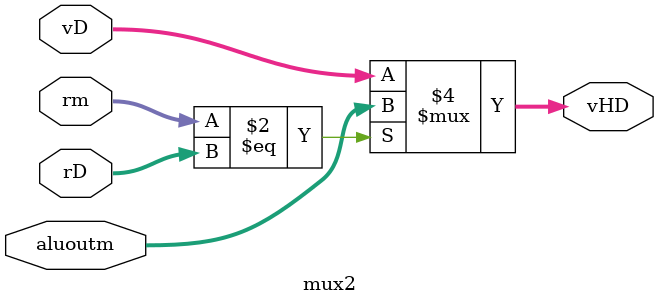
<source format=sv>
module mux2(
    input logic [4:0] rD, rm, 
    input logic [31:0] aluoutm, vD,
    output logic [31:0] vHD
);
    always_comb begin
        if(rm == rD)
            vHD = aluoutm;
        else 
            vHD = vD;
    end
endmodule
</source>
